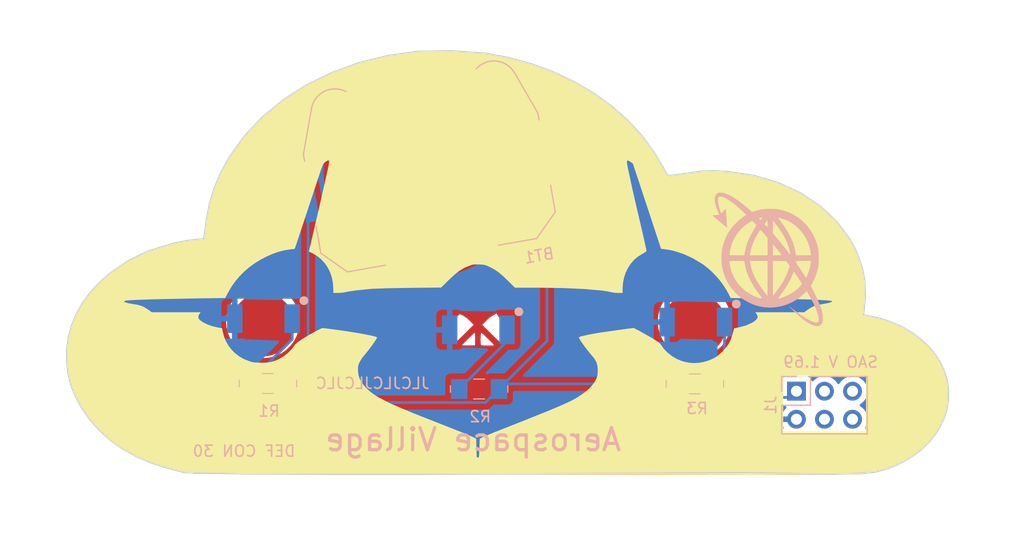
<source format=kicad_pcb>
(kicad_pcb (version 20211014) (generator pcbnew)
  (title_block (title "SR-71 Badge") (date "2020-02-09") (comment 4 "Author: Dan Allen"))
  (layers (0 "F.Cu" signal) (31 "B.Cu" signal) (34 "B.Paste" user) (35 "F.Paste" user) (36 "B.SilkS" user "B.Silkscreen") (37 "F.SilkS" user "F.Silkscreen") (38 "B.Mask" user) (39 "F.Mask" user) (44 "Edge.Cuts" user))
  (net 0 "")
  (net 1 "GND")
  (net 2 "Net-(D1-Pad2)")
  (net 3 "Net-(D2-Pad2)")
  (net 4 "VCC")
  (net 5 "Net-(D3-Pad2)")
  (net 6 "Net-(J1-Pad3)")
  (net 7 "Net-(J1-Pad4)")
  (net 8 "Net-(J1-Pad5)")
  (net 9 "Net-(J1-Pad6)")
  (footprint "sr-71:aerospace_logo" (layer "F.Cu") (at 180.34 100.33)
    (fp_text reference "svg2mod" hide)
    (fp_text value "G***" hide)
    (fp_poly (pts (xy -4.257817 -6.04317) (xy -0.704906 -3.74037) (xy -0.796476 -3.69997) (xy -0.721006 -3.60667) (xy -0.645776 -3.53597) (xy -0.539541 -3.66984) (xy -0.433547 -3.80372) (xy -0.433552 -3.80387) (xy -0.523442 -3.78127) (xy -0.704906 -3.74037) (xy -4.257817 -6.04317) (xy -0.29603 -3.18919) (xy -0.172971 -3.04955) (xy -0.026117 -2.90654) (xy -0.009307 -2.99784) (xy -0.002307 -3.22141) (xy -0.014317 -3.53891) (xy -0.014324 -3.53891) (xy -0.014339 -3.5389) (xy -0.161193 -3.36417) (xy -0.29603 -3.18919) (xy -4.257817 -6.04317) (xy 0.474311 -2.33039) (xy 0.595928 -2.19603) (xy 1.086504 -1.61491) (xy 1.679426 -0.87074) (xy 2.030244 -0.42861) (xy 2.052834 -0.41401) (xy 2.059834 -0.42791) (xy 2.047674 -0.52131) (xy 1.964014 -0.91586) (xy 1.830302 -1.33161) (xy 1.65121 -1.75604) (xy 1.431418 -2.1766) (xy 1.009235 -2.8292) (xy 0.587068 -3.3959) (xy 0.476806 -3.52304) (xy 0.476711 -3.52301) (xy 0.475511 -2.9267) (xy 0.474311 -2.33039) (xy -4.257817 -6.04317) (xy -4.035197 -6.01707) (xy 2.634445 0.15462) (xy 2.553035 0.17342) (xy 2.538845 0.20882) (xy 2.644325 0.40968) (xy 2.897928 0.80441) (xy 3.369015 1.52233) (xy 3.481017 1.70717) (xy 3.567307 1.51488) (xy 3.686703 1.22213) (xy 3.782353 0.92918) (xy 3.853883 0.6373) (xy 3.900923 0.34774) (xy 3.925193 0.14609) (xy 3.925189 0.14562) (xy 3.23202 0.14562) (xy 2.634445 0.15462) (xy -4.035197 -6.01707) (xy -3.778862 -5.94107) (xy -1.39432 -3.48384) (xy -1.603183 -3.36727) (xy -1.87921 -3.19344) (xy -2.141459 -2.98959) (xy -2.387211 -2.75904) (xy -2.613748 -2.50512) (xy -2.818351 -2.23117) (xy -2.998302 -1.94051) (xy -3.150883 -1.63646) (xy -3.273376 -1.32237) (xy -3.400669 -0.83206) (xy -3.464449 -0.42178) (xy -3.448609 -0.38878) (xy -3.365459 -0.37098) (xy -2.783534 -0.36198) (xy -2.102623 -0.36198) (xy -2.081713 -0.51292) (xy -2.000253 -0.95777) (xy -1.888954 -1.37097) (xy -1.771508 -1.67103) (xy -1.598951 -2.0399) (xy -1.401769 -2.41614) (xy -1.210446 -2.73832) (xy -1.018647 -3.07265) (xy -1.073877 -3.15485) (xy -1.206602 -3.29766) (xy -1.394315 -3.48345) (xy -1.39432 -3.48384) (xy -3.778862 -5.94107) (xy -3.491203 -5.81631) (xy -0.53253 -2.56031) (xy -0.6045 -2.62581) (xy -0.65692 -2.64541) (xy -0.656921 -2.64535) (xy -0.691331 -2.63125) (xy -0.725941 -2.59335) (xy -0.816991 -2.4533) (xy -1.08032 -1.99961) (xy -1.302092 -1.5232) (xy -1.470049 -1.0538) (xy -1.571931 -0.62112) (xy -1.613271 -0.36202) (xy -0.807858 -0.36202) (xy -0.002205 -0.36202) (xy -0.002205 -1.15565) (xy -0.002205 -1.94929) (xy -0.285098 -2.27689) (xy -0.53253 -2.56031) (xy -3.491203 -5.81631) (xy -3.174604 -5.64404) (xy -2.831458 -5.42546) (xy 0.474407 -1.3855) (xy 0.474407 -0.87379) (xy 0.474407 -0.36209) (xy 0.871465 -0.36209) (xy 1.268523 -0.37889) (xy 0.871465 -0.89059) (xy 0.474407 -1.38547) (xy 0.474407 -1.3855) (xy -2.831458 -5.42546) (xy -2.46415 -5.16175) (xy 1.694152 0.16214) (xy 1.084144 0.15314) (xy 0.474382 0.14414) (xy 0.474407 0.14484) (xy 0.474407 1.73379) (xy 0.482307 3.32178) (xy 0.816442 2.88256) (xy 1.254311 2.25847) (xy 1.449451 1.93408) (xy 1.624481 1.5998) (xy 1.773418 1.26791) (xy 1.890278 0.95073) (xy 2.006607 0.59069) (xy 1.85038 0.37629) (xy 1.694152 0.16214) (xy -2.46415 -5.16175) (xy -2.075069 -4.85414) (xy -1.666603 -4.5038) (xy -1.408948 -4.27475) (xy 0.94486 -3.78542) (xy 0.93646 -3.76852) (xy 0.96633 -3.71542) (xy 1.169147 -3.4441) (xy 1.525146 -2.9454) (xy 1.840818 -2.44014) (xy 2.102344 -1.95207) (xy 2.295908 -1.50495) (xy 2.459945 -0.9358) (xy 2.516885 -0.65728) (xy 2.538895 -0.46111) (xy 2.538895 -0.36281) (xy 3.232065 -0.36281) (xy 3.925235 -0.36281) (xy 3.899275 -0.57961) (xy 3.813225 -1.03959) (xy 3.669169 -1.48395) (xy 3.471352 -1.90674) (xy 3.224015 -2.302) (xy 2.931401 -2.66378) (xy 2.597754 -2.98615) (xy 2.227318 -3.26314) (xy 1.824333 -3.4888) (xy 1.411174 -3.65279) (xy 1.003538 -3.77602) (xy 0.944898 -3.78502) (xy 0.94486 -3.78542) (xy -1.408948 -4.27475) (xy 2.368201 1.09307) (xy 2.279031 1.32621) (xy 2.082857 1.76982) (xy 1.822737 2.25126) (xy 1.51334 2.74541) (xy 1.169336 3.22714) (xy 0.939321 3.53695) (xy 0.932421 3.56615) (xy 0.970441 3.57115) (xy 1.236657 3.50025) (xy 1.738759 3.30985) (xy 2.206659 3.05808) (xy 2.622309 2.75628) (xy 2.804899 2.59016) (xy 2.967659 2.41579) (xy 3.122925 2.23409) (xy 3.050575 2.10838) (xy 2.673225 1.53803) (xy 2.368221 1.09338) (xy 2.368201 1.09307) (xy -1.408948 -4.27475) (xy -1.137833 -4.36585) (xy -0.808604 -4.46425) (xy -0.498273 -4.52665) (xy -0.164262 -4.55925) (xy 0.236008 -4.56825) (xy -0.002368 0.14609) (xy -0.808021 0.14609) (xy -1.613433 0.14609) (xy -1.574013 0.39221) (xy -1.513123 0.6912) (xy -1.425243 0.99357) (xy -1.309173 1.3017) (xy -1.16372 1.61801) (xy -0.987686 1.94488) (xy -0.779871 2.28469) (xy -0.264113 3.01275) (xy -0.014871 3.32256) (xy -0.002371 1.73432) (xy -0.002371 0.14609) (xy -0.002368 0.14609) (xy 0.236008 -4.56825) (xy 0.735454 -4.55385) (xy 1.107998 -4.49605) (xy 1.423164 -4.41665) (xy 1.727622 -4.31715) (xy 2.020773 -4.1981) (xy 2.302017 -4.0601) (xy 2.570756 -3.90374) (xy 2.826392 -3.7296) (xy 3.068327 -3.53827) (xy 3.29596 -3.33033) (xy 3.508694 -3.10637) (xy 3.705929 -2.86699) (xy 3.887067 -2.61276) (xy 4.051508 -2.34428) (xy 4.198657 -2.06213) (xy 4.327911 -1.7669) (xy 4.438673 -1.45918) (xy 4.530343 -1.13955) (xy 4.578713 -0.93071) (xy 4.605113 -0.74129) (xy 4.618793 -0.1082) (xy -3.224846 0.14507) (xy -3.392203 0.16367) (xy -3.435333 0.18667) (xy -3.457103 0.22237) (xy -3.453503 0.34272) (xy -3.415423 0.54631) (xy -3.357783 0.81882) (xy -3.281343 1.08345) (xy -3.186273 1.33989) (xy -3.072727 1.58785) (xy -2.940861 1.827) (xy -2.790839 2.05705) (xy -2.622816 2.27768) (xy -2.436954 2.48858) (xy -2.099541 2.80137) (xy -1.720916 3.07436) (xy -1.317913 3.29686) (xy -0.907367 3.45816) (xy -0.546602 3.55982) (xy -0.439886 3.58262) (xy -0.693695 3.25382) (xy -0.984341 2.85952) (xy -1.240556 2.47444) (xy -1.46285 2.09747) (xy -1.651734 1.72753) (xy -1.807719 1.36354) (xy -1.931318 1.00439) (xy -2.023038 0.64902) (xy -2.083398 0.29631) (xy -2.102628 0.14561) (xy -2.783702 0.14561) (xy -3.224985 0.14515) (xy -3.224985 0.14516) (xy -3.224846 0.14507) (xy 4.618793 -0.1082) (xy 4.606403 0.52569) (xy 4.580003 0.71397) (xy 4.531053 0.92314) (xy 4.435943 1.24986) (xy 4.318042 1.57685) (xy 4.184432 1.88619) (xy 4.042184 2.15998) (xy 3.897494 2.41114) (xy 4.030407 2.65245) (xy 4.391464 3.3677) (xy 4.709155 4.08831) (xy 4.849363 4.46639) (xy 4.938613 4.77305) (xy 4.985843 5.04618) (xy 4.999973 5.32371) (xy 4.988393 5.57761) (xy 4.947193 5.75858) (xy 4.868333 5.88729) (xy 4.743757 5.98439) (xy 4.602623 6.04169) (xy 4.40222 6.04369) (xy 4.219573 6.01299) (xy 4.016007 5.94269) (xy 3.792534 5.83341) (xy 3.550162 5.68583) (xy 3.289899 5.50061) (xy 3.012759 5.27842) (xy 2.411881 4.72581) (xy 1.919404 4.23838) (xy 2.221283 4.4732) (xy 2.90939 4.98214) (xy 3.499695 5.36297) (xy 3.985454 5.61174) (xy 4.187019 5.68534) (xy 4.359918 5.72444) (xy 4.487904 5.72744) (xy 4.572144 5.67264) (xy 4.610474 5.62714) (xy 4.629824 5.57424) (xy 4.626524 5.35902) (xy 4.560274 4.99763) (xy 4.406994 4.55178) (xy 4.165612 4.0187) (xy 3.835056 3.3956) (xy 3.546395 2.88101) (xy 3.257014 3.15213) (xy 3.034159 3.34814) (xy 2.802037 3.52753) (xy 2.561382 3.6901) (xy 2.312922 3.8357) (xy 1.795513 4.07522) (xy 1.255656 4.24467) (xy 0.699195 4.34267) (xy 0.416565 4.36437) (xy 0.131974 4.36737) (xy -0.153843 4.35207) (xy -0.440159 4.31797) (xy -0.726244 4.26497) (xy -1.011363 4.19287) (xy -1.326893 4.08057) (xy -1.682687 3.91977) (xy -2.032277 3.73333) (xy -2.329202 3.54417) (xy -2.614171 3.31143) (xy -2.92273 3.01445) (xy -3.209005 2.70033) (xy -3.427121 2.4162) (xy -3.656447 2.02878) (xy -3.852199 1.60917) (xy -4.009005 1.17047) (xy -4.121492 0.72582) (xy -4.164982 0.35618) (xy -4.179482 -0.10868) (xy -4.164982 -0.57353) (xy -4.121492 -0.94317) (xy -4.010357 -1.38744) (xy -3.857661 -1.81578) (xy -3.663528 -2.22789) (xy -3.428083 -2.62346) (xy -3.184552 -2.94046) (xy -2.868148 -3.28183) (xy -2.527909 -3.59842) (xy -2.212873 -3.84107) (xy -1.92998 -4.02831) (xy -2.214555 -4.3011) (xy -2.586033 -4.64169) (xy -2.947296 -4.94381) (xy -3.28971 -5.20219) (xy -3.604642 -5.4115) (xy -3.883459 -5.56648) (xy -4.117527 -5.66178) (xy -4.298212 -5.69218) (xy -4.365842 -5.68138) (xy -4.416882 -5.65238) (xy -4.461782 -5.59078) (xy -4.490722 -5.50258) (xy -4.501082 -5.25173) (xy -4.448672 -4.91012) (xy -4.334189 -4.48808) (xy -4.249829 -4.24418) (xy -4.200559 -4.1427) (xy -3.987129 -4.37007) (xy -3.837449 -4.53486) (xy -3.803409 -4.55416) (xy -3.790049 -4.53686) (xy -3.66651 -2.85105) (xy -4.335645 -3.40698) (xy -4.999973 -3.9682) (xy -4.843744 -3.9891) (xy -4.536817 -4.0129) (xy -4.430227 -4.0219) (xy -4.385877 -4.0389) (xy -4.529606 -4.40255) (xy -4.643113 -4.69403) (xy -4.725703 -4.95751) (xy -4.777383 -5.19308) (xy -4.798153 -5.40088) (xy -4.788013 -5.58102) (xy -4.746963 -5.73362) (xy -4.675003 -5.85879) (xy -4.57214 -5.95669) (xy -4.431275 -6.02239) (xy -4.257763 -6.04369) (xy -4.257817 -6.04317)) (layer "B.SilkS") (width 0.008405) (fill solid))
  )
  (footprint "sr-71:sr71_symetricView_smaller" (layer "F.Cu") (at 155.806333 101.8688)
    (fp_text reference "svg2mod" hide)
    (fp_text value "G***" hide)
    (fp_poly (pts (xy -4.140729 -20.419896) (xy -7.217545 -20.366151) (xy -9.931591 -19.97806) (xy -12.526264 -19.331072) (xy -14.977793 -18.439654) (xy -17.260859 -17.317241) (xy -19.352205 -15.977272) (xy -21.226508 -14.433698) (xy -22.86 -12.699952) (xy -24.228909 -10.789476) (xy -24.980284 -9.420051) (xy -25.582832 -8.001532) (xy -26.026216 -6.563376) (xy -26.298549 -5.134007) (xy -26.470115 -3.852431) (xy -26.535745 -3.379592) (xy -26.929519 -3.357367) (xy -28.046246 -3.235928) (xy -29.254958 -3.001317) (xy -31.615539 -2.271647) (xy -33.42318 -1.393664) (xy -35.096979 -0.22991) (xy -36.026122 0.593812) (xy -36.833823 1.474896) (xy -37.515953 2.408687) (xy -38.070441 3.388473) (xy -38.493671 4.408048) (xy -38.783575 5.462764) (xy -38.93757 6.546421) (xy -38.951514 7.653329) (xy -38.835243 8.771091) (xy -38.591328 9.799968) (xy -38.200139 10.80404) (xy -37.641517 11.847388) (xy -36.889624 12.947062) (xy -36.010607 13.947002) (xy -35.009119 14.845138) (xy -33.887741 15.638372) (xy -32.651123 16.325151) (xy -31.302886 16.902893) (xy -29.846643 17.369014) (xy -28.286014 17.721447) (xy -27.323283 17.897149) (xy -21.324687 17.908732) (xy -21.324687 7.412498) (xy -21.673503 7.38201) (xy -22.056942 7.302428) (xy -22.43418 7.169618) (xy -22.797466 6.989267) (xy -23.140599 6.767576) (xy -23.455823 6.50816) (xy -23.736943 6.216705) (xy -23.976722 5.89838) (xy -24.167925 5.557832) (xy -24.35706 5.083442) (xy -24.47385 4.616804) (xy -24.518808 4.156884) (xy -24.490902 3.705749) (xy -24.368945 3.135241) (xy -24.169476 2.633461) (xy -23.878021 2.171475) (xy -23.479596 1.720858) (xy -23.255319 1.514149) (xy -23.023293 1.333799) (xy -22.78248 1.180838) (xy -22.531332 1.053713) (xy -22.267783 0.950878) (xy -21.990796 0.872847) (xy -21.390316 0.786545) (xy -21.196536 0.778811) (xy -20.839451 0.793787) (xy -20.492702 0.844947) (xy -20.156289 0.93228) (xy -19.833312 1.054753) (xy -19.524287 1.212881) (xy -19.230248 1.40512) (xy -18.952745 1.630428) (xy -18.693329 1.889844) (xy -18.473187 2.163212) (xy -18.283018 2.463453) (xy -18.12489 2.784364) (xy -17.999832 3.12026) (xy -17.909916 3.464941) (xy -17.856687 3.812206) (xy -17.843246 4.157406) (xy -17.870636 4.493818) (xy -17.938332 4.840568) (xy -18.036 5.170781) (xy -18.163125 5.483939) (xy -18.317636 5.777978) (xy -18.496952 6.05238) (xy -18.70056 6.305079) (xy -18.926384 6.535039) (xy -19.172365 6.741744) (xy -19.436948 6.923127) (xy -19.718584 7.078157) (xy -20.015724 7.205281) (xy -20.326816 7.303465) (xy -20.649277 7.37168) (xy -20.982591 7.40837) (xy -21.324687 7.412498) (xy -21.324687 17.908732) (xy -6.715755 17.93694) (xy -6.715755 17.937469) (xy -3.881313 17.943219) (xy -3.881313 6.113351) (xy -3.96348 6.062191) (xy -4.071999 5.94075) (xy -4.199642 5.734563) (xy -4.294725 5.50977) (xy -4.353118 5.275159) (xy -4.372751 5.040032) (xy -4.362405 4.873117) (xy -4.310211 4.719121) (xy -3.943827 4.181168) (xy -3.446182 3.500072) (xy -3.374885 3.437035) (xy -3.271531 3.458731) (xy -3.061724 3.558468) (xy -2.744949 3.764655) (xy -2.425071 4.054043) (xy -2.103128 4.393041) (xy -2.959923 5.252937) (xy -3.584173 5.860653) (xy -3.881313 6.113351) (xy -3.881313 17.943219) (xy -2.561495 17.945896) (xy -2.561495 6.260107) (xy -3.156808 6.250794) (xy -2.593018 5.661683) (xy -1.993572 5.107217) (xy -1.964119 5.274651) (xy -1.957398 5.676175) (xy -1.966183 6.245132) (xy -2.561495 6.260107) (xy -2.561495 17.945896) (xy -0.821553 17.949426) (xy -0.821553 6.270453) (xy -1.225661 6.259076) (xy -1.427716 6.235819) (xy -1.458206 6.03428) (xy -1.462334 5.648774) (xy -1.444766 5.274638) (xy -1.408597 5.107217) (xy -1.204474 5.277749) (xy -0.807083 5.65654) (xy -0.420026 6.045144) (xy -0.245359 6.245132) (xy -0.424678 6.266325) (xy -0.821553 6.270453) (xy -0.821553 17.949426) (xy 0.478104 17.952062) (xy 0.478104 6.113359) (xy 0.180964 5.860661) (xy -0.44432 5.252945) (xy -1.303182 4.393049) (xy -0.959533 4.039065) (xy -0.686681 3.779649) (xy -0.514083 3.653044) (xy -0.223661 3.49233) (xy -0.033486 3.363656) (xy 0.08537 3.542972) (xy 0.588182 4.253007) (xy 0.910643 4.739282) (xy 0.960768 4.884494) (xy 0.971616 5.03642) (xy 0.920456 5.37542) (xy 0.794363 5.726819) (xy 0.63365 6.001737) (xy 0.552518 6.083903) (xy 0.478104 6.113359) (xy 0.478104 17.952062) (xy 17.876535 17.987357) (xy 17.876535 7.386156) (xy 17.358222 7.358769) (xy 16.940159 7.276086) (xy 16.940159 7.275557) (xy 16.43218 7.0642) (xy 15.973292 6.784631) (xy 15.569183 6.444083) (xy 15.226053 6.050825) (xy 14.949066 5.612609) (xy 14.744427 5.136152) (xy 14.618337 4.63024) (xy 14.575445 4.102624) (xy 14.618337 3.556404) (xy 14.74081 3.041189) (xy 14.940798 2.562667) (xy 15.213134 2.125482) (xy 15.554713 1.735325) (xy 15.961926 1.396846) (xy 16.430114 1.114692) (xy 16.95618 0.895067) (xy 17.372692 0.813419) (xy 17.899787 0.789659) (xy 18.438254 0.822732) (xy 18.889389 0.912651) (xy 19.230969 1.042357) (xy 19.558081 1.212889) (xy 19.867625 1.419595) (xy 20.154944 1.658342) (xy 20.415911 1.926026) (xy 20.646905 2.219031) (xy 20.842758 2.532705) (xy 21.00037 2.863434) (xy 21.124912 3.23809) (xy 21.201393 3.624111) (xy 21.230333 4.016338) (xy 21.211733 4.410628) (xy 21.146621 4.802335) (xy 21.036033 5.185775) (xy 20.878937 5.556811) (xy 20.677399 5.910278) (xy 20.508417 6.144889) (xy 20.319282 6.36348) (xy 19.887265 6.747436) (xy 19.391172 7.052844) (xy 18.842886 7.272469) (xy 18.401569 7.357218) (xy 17.876535 7.386156) (xy 17.876535 17.987357) (xy 23.089144 17.997931) (xy 33.07303 17.933852) (xy 34.007845 17.785193) (xy 34.007845 14.61258) (xy 25.508105 14.61258) (xy 25.508105 8.612431) (xy 34.007845 8.612431) (xy 34.007845 14.61258) (xy 34.007845 17.785193) (xy 34.155136 17.76177) (xy 35.176261 17.494601) (xy 36.131758 17.139068) (xy 37.015943 16.70292) (xy 37.823645 16.193389) (xy 38.549698 15.617713) (xy 39.189453 14.983645) (xy 39.737738 14.297382) (xy 40.188358 13.566677) (xy 40.537174 12.799798) (xy 40.779019 12.002431) (xy 40.90821 11.183876) (xy 40.92009 10.349301) (xy 40.808986 9.506976) (xy 40.570242 8.664651) (xy 40.198687 7.829042) (xy 39.725848 7.076633) (xy 39.137253 6.371251) (xy 38.445823 5.722194) (xy 37.663958 5.137734) (xy 36.805613 4.626655) (xy 35.882672 4.197739) (xy 34.909606 3.859776) (xy 33.897781 3.621548) (xy 33.197564 3.494939) (xy 33.259061 3.170412) (xy 33.389283 1.767398) (xy 33.326239 0.363865) (xy 33.135553 -0.616437) (xy 32.847716 -1.563148) (xy 32.466861 -2.472653) (xy 31.997639 -3.341852) (xy 30.807014 -4.947955) (xy 29.308914 -6.355623) (xy 27.535377 -7.539011) (xy 25.517413 -8.472805) (xy 23.288093 -9.132197) (xy 20.878937 -9.491864) (xy 19.703814 -9.554909) (xy 18.59794 -9.524937) (xy 15.711294 -9.124961) (xy 15.466864 -9.166302) (xy 15.230702 -9.580232) (xy 14.327917 -11.125872) (xy 13.163645 -12.725776) (xy 11.855714 -14.143776) (xy 10.38552 -15.437755) (xy 8.765981 -16.601506) (xy 7.011566 -17.627285) (xy 5.135194 -18.508369) (xy 3.149272 -19.237523) (xy 1.06826 -19.808031) (xy -1.094915 -20.213175) (xy -4.140729 -20.419896)) (layer "F.Cu") (width 0) (fill solid))
    (fp_poly (pts (xy 17.911153 1.516224) (xy 17.356666 1.557565) (xy 16.914317 1.658334) (xy 16.430108 1.896044) (xy 15.990342 2.216438) (xy 15.615171 2.600393) (xy 15.45859 2.8102) (xy 15.326817 3.02931) (xy 15.169721 3.384843) (xy 15.0643 3.757946) (xy 15.010039 4.143451) (xy 15.006944 4.533093) (xy 15.055003 4.921184) (xy 15.15319 5.301003) (xy 15.302018 5.66584) (xy 15.499937 6.008973) (xy 15.666336 6.2441) (xy 15.815164 6.416183) (xy 15.989313 6.567077) (xy 16.230642 6.74071) (xy 16.480239 6.897806) (xy 16.733969 7.026481) (xy 16.992353 7.12725) (xy 17.256418 7.20063) (xy 17.526171 7.246106) (xy 17.803156 7.264204) (xy 18.087376 7.254891) (xy 18.379865 7.218717) (xy 18.772089 7.115881) (xy 19.178783 6.943283) (xy 19.558087 6.722623) (xy 19.869697 6.473544) (xy 20.135831 6.188289) (xy 20.345119 5.898901) (xy 20.509968 5.584192) (xy 20.642775 5.225042) (xy 20.714607 4.97441) (xy 20.752329 4.768739) (xy 20.75127 4.244739) (xy 20.714062 3.844763) (xy 20.639132 3.50525) (xy 20.515624 3.185371) (xy 20.330625 2.844308) (xy 20.177661 2.623648) (xy 19.991625 2.411775) (xy 19.777686 2.213337) (xy 19.542558 2.031436) (xy 19.291926 1.871239) (xy 19.030963 1.735849) (xy 18.766379 1.62991) (xy 18.503862 1.558081) (xy 18.231527 1.523457) (xy 17.911153 1.516224)) (layer "F.Cu") (width 0) (fill solid))
    (fp_poly (pts (xy -21.005332 1.511064) (xy -21.456468 1.527072) (xy -21.903986 1.603036) (xy -22.322049 1.735328) (xy -22.687402 1.920846) (xy -22.959735 2.116185) (xy -23.20313 2.335808) (xy -23.416556 2.576105) (xy -23.598973 2.835002) (xy -23.751418 3.108888) (xy -23.872341 3.395175) (xy -23.96226 3.690765) (xy -24.020134 3.993589) (xy -24.045455 4.300029) (xy -24.038735 4.608539) (xy -23.998944 4.914463) (xy -23.925046 5.216252) (xy -23.818075 5.510807) (xy -23.676999 5.795028) (xy -23.500781 6.066329) (xy -23.289943 6.322128) (xy -23.085303 6.525217) (xy -22.872396 6.701432) (xy -22.647087 6.851811) (xy -22.406793 6.977904) (xy -22.147893 7.080739) (xy -21.866257 7.162903) (xy -21.22237 7.270908) (xy -20.74591 7.221299) (xy -20.74591 7.22077) (xy -20.340251 7.133955) (xy -19.954745 6.988743) (xy -19.595595 6.790822) (xy -19.267967 6.544326) (xy -18.976509 6.253387) (xy -18.727947 5.923176) (xy -18.526927 5.55834) (xy -18.378615 5.16405) (xy -18.322287 4.84469) (xy -18.297496 4.434377) (xy -18.306809 4.017867) (xy -18.351767 3.678351) (xy -18.463387 3.330569) (xy -18.632369 2.993122) (xy -18.850443 2.673244) (xy -19.112444 2.378173) (xy -19.409066 2.11514) (xy -19.734112 1.891382) (xy -20.080343 1.713613) (xy -20.440012 1.58959) (xy -20.714412 1.535848) (xy -21.005332 1.511064)) (layer "F.Cu") (width 0) (fill solid))
    (fp_poly (pts (xy -4.14073 -20.4199) (xy -7.21754 -20.3662) (xy -9.93159 -19.97811) (xy -12.526264 -19.33112) (xy -14.977792 -18.43971) (xy -17.260858 -17.31729) (xy -19.352204 -15.97732) (xy -21.226507 -14.43375) (xy -22.86 -12.7) (xy -24.228909 -10.78953) (xy -24.980283 -9.4201) (xy -25.582832 -8.00158) (xy -26.026216 -6.56343) (xy -26.298549 -5.13406) (xy -26.470115 -3.85248) (xy -26.535745 -3.37964) (xy -26.929519 -3.35744) (xy -28.046246 -3.236) (xy -29.254958 -3.00139) (xy -31.615538 -2.27172) (xy -33.42318 -1.39374) (xy -35.096979 -0.22998) (xy -36.026121 0.59374) (xy -36.833823 1.47482) (xy -37.515953 2.40861) (xy -38.07044 3.3884) (xy -38.49367 4.40798) (xy -38.783574 5.46269) (xy -38.93757 6.54635) (xy -38.95151 7.65326) (xy -38.835239 8.77102) (xy -38.591325 9.7999) (xy -38.200136 10.80397) (xy -37.641513 11.84732) (xy -36.88962 12.94699) (xy -36.010603 13.94693) (xy -35.009116 14.84507) (xy -33.887737 15.6383) (xy -32.65112 16.32508) (xy -31.302883 16.90282) (xy -29.84664 17.36894) (xy -28.286011 17.72138) (xy -27.323279 17.89708) (xy -6.71575 17.93688) (xy -6.71575 17.93741) (xy -1.68724 17.947617) (xy -1.68724 16.42374) (xy -1.76014 16.41574) (xy -1.80564 16.37134) (xy -1.84544 15.50886) (xy -1.85934 14.71614) (xy -2.07121 14.59729) (xy -3.03653 14.18129) (xy -4.90256 13.4418) (xy -7.52256 12.41137) (xy -8.60725 11.96024) (xy -9.76531 11.45226) (xy -10.672748 10.97839) (xy -11.044819 10.74739) (xy -11.36883 10.5164) (xy -11.649434 10.2823) (xy -11.891279 10.04304) (xy -12.186869 9.68131) (xy -12.39254 9.32784) (xy -12.517079 8.96352) (xy -12.568759 8.57027) (xy -12.558409 8.15737) (xy -12.513969 7.99666) (xy -12.431809 7.80029) (xy -12.223553 7.4463) (xy -11.930029 7.0732) (xy -11.612736 6.68614) (xy -11.251002 6.20038) (xy -10.953862 5.76785) (xy -10.830873 5.54151) (xy -10.931642 5.48361) (xy -11.214829 5.40401) (xy -12.2158 5.2004) (xy -13.605379 4.972) (xy -15.155673 4.76012) (xy -15.802145 4.68102) (xy -16.237261 4.89547) (xy -16.881666 5.24067) (xy -17.51677 5.62204) (xy -18.020097 5.96259) (xy -18.266594 6.18325) (xy -18.52911 6.55325) (xy -18.87431 6.90982) (xy -19.272735 7.22712) (xy -19.695965 7.47826) (xy -20.086638 7.65086) (xy -20.444755 7.75835) (xy -20.83233 7.81365) (xy -21.310336 7.83015) (xy -21.939238 7.80685) (xy -22.169198 7.76085) (xy -22.437916 7.67975) (xy -22.886467 7.4994) (xy -23.299879 7.26582) (xy -23.674015 6.98418) (xy -24.004744 6.6581) (xy -24.288449 6.29275) (xy -24.520476 5.89174) (xy -24.697725 5.46024) (xy -24.816065 5.00239) (xy -24.871875 4.70112) (xy -25.266165 4.63502) (xy -25.746756 4.52288) (xy -26.209777 4.35803) (xy -26.611301 4.15908) (xy -26.907407 3.94462) (xy -26.992677 3.82474) (xy -27.022647 3.68469) (xy -26.997327 3.5369) (xy -26.916717 3.39375) (xy -26.807163 3.25423) (xy -29.025631 3.25423) (xy -31.243585 3.25423) (xy -31.529872 3.04959) (xy -31.852333 2.83668) (xy -32.139652 2.69354) (xy -32.446095 2.60004) (xy -32.826434 2.53284) (xy -33.384022 2.43514) (xy -33.690981 2.33794) (xy -33.744211 2.29294) (xy -33.727141 2.25214) (xy -33.637221 2.21644) (xy -33.472372 2.18754) (xy -32.676556 2.13894) (xy -31.192926 2.08674) (xy -27.22521 2.00304) (xy -24.591778 1.96794) (xy -24.335979 1.48218) (xy -24.03574 0.96645) (xy -23.693642 0.47863) (xy -23.310719 0.01974) (xy -22.888523 -0.40866) (xy -22.428087 -0.80553) (xy -21.930443 -1.16985) (xy -21.396109 -1.50058) (xy -20.827668 -1.79669) (xy -20.294365 -2.02975) (xy -19.781735 -2.2101) (xy -19.281509 -2.34136) (xy -18.785415 -2.42506) (xy -18.298105 -2.48446) (xy -18.191137 -2.77746) (xy -15.894636 -9.70779) (xy -15.723069 -10.14601) (xy -15.637289 -10.26021) (xy -15.52205 -10.35631) (xy -15.348936 -10.46948) (xy -15.238759 -10.50371) (xy -15.239288 -10.50271) (xy -15.190718 -10.46451) (xy -15.178308 -10.35857) (xy -15.246008 -9.92397) (xy -16.040789 -6.40429) (xy -16.146726 -5.95419) (xy -16.940476 -2.55233) (xy -17.014886 -2.24641) (xy -16.688292 -2.08311) (xy -16.266613 -1.83248) (xy -15.892992 -1.52965) (xy -15.570012 -1.17877) (xy -15.300262 -0.78396) (xy -15.085806 -0.34885) (xy -14.929742 0.12141) (xy -14.834142 0.62267) (xy -14.801072 1.15132) (xy -14.800543 1.5084) (xy -14.390232 1.5084) (xy -14.045551 1.4924) (xy -13.794404 1.4542) (xy -13.401661 1.3746) (xy -12.778962 1.2842) (xy -11.333572 1.13538) (xy -9.934691 1.08418) (xy -7.76118 1.04698) (xy -5.03525 1.02008) (xy -4.42651 0.4196) (xy -3.85186 -0.12301) (xy -3.38263 -0.49817) (xy -2.93563 -0.76379) (xy -2.4292 -0.9767) (xy -2.23955 -1.0382) (xy -2.06591 -1.0718) (xy -1.58222 -1.0748) (xy -1.28922 -1.0562) (xy -1.0758 -1.0211) (xy -0.87426 -0.9524) (xy -0.61536 -0.83303) (xy -0.20918 -0.61599) (xy 0.15669 -0.36794) (xy 0.54788 -0.03773) (xy 1.03002 0.42374) (xy 1.64342 1.03198) (xy 3.72908 1.03198) (xy 5.94548 1.06348) (xy 7.89885 1.15028) (xy 9.44708 1.28464) (xy 10.0243 1.36624) (xy 10.4465 1.45614) (xy 10.6899 1.49234) (xy 11.01546 1.50784) (xy 11.3989 1.50837) (xy 11.3989 1.11614) (xy 11.4309 0.61643) (xy 11.5244 0.13429) (xy 11.67529 -0.32356) (xy 11.87993 -0.75041) (xy 12.13522 -1.13953) (xy 12.43701 -1.48473) (xy 12.78169 -1.77877) (xy 13.16513 -2.01597) (xy 13.45968 -2.19012) (xy 13.54028 -2.25832) (xy 13.56868 -2.30742) (xy 13.24622 -3.76315) (xy 12.84469 -5.47829) (xy 12.69638 -6.11339) (xy 12.54342 -6.77485) (xy 12.2716 -7.96599) (xy 11.8401 -9.96742) (xy 11.7895 -10.29763) (xy 11.8081 -10.46299) (xy 11.8468 -10.48939) (xy 11.9078 -10.48139) (xy 12.10004 -10.36977) (xy 12.32535 -10.21216) (xy 12.83488 -8.67944) (xy 14.11129 -4.81766) (xy 14.87816 -2.4886) (xy 15.37478 -2.4255) (xy 15.76235 -2.3614) (xy 16.16077 -2.2668) (xy 16.97674 -1.99136) (xy 17.79788 -1.60947) (xy 18.59679 -1.13147) (xy 18.94975 -0.87463) (xy 19.29752 -0.58163) (xy 19.63602 -0.25865) (xy 19.95898 0.08913) (xy 20.26284 0.45603) (xy 20.54189 0.83637) (xy 20.79149 1.22498) (xy 21.00698 1.61617) (xy 21.18423 1.9686) (xy 23.9267 2.0048) (xy 26.62059 2.0523) (xy 28.66284 2.1138) (xy 29.95217 2.1856) (xy 30.28238 2.2238) (xy 30.38677 2.2631) (xy 30.30517 2.3324) (xy 30.11138 2.4022) (xy 29.41479 2.53449) (xy 29.0329 2.60429) (xy 28.71457 2.70661) (xy 28.4071 2.86423) (xy 28.0588 3.09884) (xy 27.84382 3.25438) (xy 25.62484 3.25438) (xy 23.40585 3.25438) (xy 23.51592 3.39391) (xy 23.59292 3.5355) (xy 23.62542 3.68071) (xy 23.58972 3.8068) (xy 23.48947 3.93858) (xy 23.33185 4.07294) (xy 23.12411 4.20419) (xy 22.58977 4.44346) (xy 21.94744 4.62123) (xy 21.4901 4.71323) (xy 21.37227 5.18297) (xy 21.22758 5.65839) (xy 21.04103 6.05888) (xy 20.78988 6.42682) (xy 20.44933 6.80457) (xy 19.99923 7.2123) (xy 19.79356 7.34718) (xy 19.54964 7.47378) (xy 19.14553 7.64122) (xy 18.73523 7.7611) (xy 18.32079 7.8335) (xy 17.90583 7.8583) (xy 17.49345 7.8356) (xy 17.08572 7.7653) (xy 16.68678 7.64747) (xy 16.29869 7.48211) (xy 15.87029 7.22838) (xy 15.47238 6.91522) (xy 15.13339 6.56847) (xy 14.88379 6.215) (xy 14.79589 6.09925) (xy 14.64241 5.96747) (xy 14.02591 5.56956) (xy 12.83942 4.89984) (xy 12.40171 4.68125) (xy 11.75472 4.76085) (xy 9.35177 5.09933) (xy 8.40609 5.26779) (xy 7.67022 5.42954) (xy 7.48005 5.49724) (xy 7.44545 5.53394) (xy 7.44445 5.57734) (xy 7.58294 5.8228) (xy 7.87389 6.24344) (xy 8.2227 6.70801) (xy 8.53431 7.08525) (xy 8.83662 7.45422) (xy 9.02524 7.78237) (xy 9.12244 8.12085) (xy 9.14984 8.52083) (xy 9.12194 8.97868) (xy 9.07024 9.15179) (xy 8.97824 9.36057) (xy 8.83458 9.61223) (xy 8.64286 9.86751) (xy 8.40515 10.12383) (xy 8.12558 10.37808) (xy 7.80724 10.62767) (xy 7.45326 10.87003) (xy 7.0662 11.10258) (xy 6.65073 11.32169) (xy 5.84302 11.68756) (xy 4.61157 12.20794) (xy 1.71356 13.36497) (xy -0.24549 14.1365) (xy -1.33018 14.59746) (xy -1.54154 14.71683) (xy -1.56794 15.56122) (xy -1.60564 16.26816) (xy -1.63714 16.38804) (xy -1.68724 16.42374) (xy -1.68724 17.947617) (xy 23.08914 17.99791) (xy 33.07303 17.93381) (xy 33.43941 17.875547) (xy 33.43941 14.06585) (xy 25.93909 14.06585) (xy 25.93909 9.06564) (xy 33.43941 9.06564) (xy 33.43941 14.06585) (xy 33.43941 17.875547) (xy 34.15514 17.76173) (xy 35.17626 17.49456) (xy 36.13176 17.13903) (xy 37.01594 16.70288) (xy 37.82364 16.19335) (xy 38.5497 15.61767) (xy 39.18945 14.9836) (xy 39.73774 14.29734) (xy 40.18836 13.56663) (xy 40.53717 12.79976) (xy 40.77902 12.00239) (xy 40.90821 11.18383) (xy 40.92011 10.34926) (xy 40.80901 9.50693) (xy 40.57026 8.66461) (xy 40.19871 7.829) (xy 39.72587 7.07659) (xy 39.13727 6.37121) (xy 38.44584 5.72215) (xy 37.66398 5.13769) (xy 36.80563 4.62661) (xy 35.88269 4.1977) (xy 34.90963 3.85973) (xy 33.8978 3.62151) (xy 33.19758 3.4949) (xy 33.25908 3.17037) (xy 33.3893 1.76736) (xy 33.3263 0.36382) (xy 33.13561 -0.61648) (xy 32.84778 -1.56319) (xy 32.46692 -2.4727) (xy 31.9977 -3.34189) (xy 30.80707 -4.948) (xy 29.30897 -6.35566) (xy 27.53544 -7.53905) (xy 25.51747 -8.47285) (xy 23.28815 -9.13224) (xy 20.879 -9.49191) (xy 19.70387 -9.55491) (xy 18.598 -9.52491) (xy 15.71135 -9.12493) (xy 15.46692 -9.16623) (xy 15.23076 -9.58016) (xy 14.32798 -11.1258) (xy 13.16371 -12.72571) (xy 11.85577 -14.14371) (xy 10.38558 -15.43769) (xy 8.76604 -16.60144) (xy 7.01163 -17.62722) (xy 5.13525 -18.5083) (xy 3.14933 -19.23746) (xy 1.06832 -19.80796) (xy -1.09485 -20.21311) (xy -4.14015 -20.41981) (xy -4.14073 -20.4199)) (layer "F.SilkS") (width 0) (fill solid))
    (fp_poly (pts (xy -15.24 17.93704) (xy -22.86 17.89754) (xy -28.285952 17.78) (xy -29.846548 17.36901) (xy -31.3029 16.90278) (xy -32.651252 16.3251) (xy -33.887841 15.63832) (xy -35.008913 14.8448) (xy -36.010707 13.94691) (xy -36.889464 12.947) (xy -37.641425 11.84744) (xy -38.199969 10.80406) (xy -38.591177 9.79994) (xy -38.835074 8.77099) (xy -38.951688 7.65308) (xy -38.937378 6.54641) (xy -38.783838 5.46286) (xy -38.493888 4.40819) (xy -38.070354 3.38819) (xy -37.516057 2.40862) (xy -36.833822 1.47525) (xy -36.026471 0.59388) (xy -35.096828 -0.22975) (xy -33.422935 -1.39391) (xy -31.615404 -2.27178) (xy -29.25495 -3.00133) (xy -28.045989 -3.23573) (xy -26.929465 -3.35733) (xy -26.53601 -3.37963) (xy -26.47006 -3.85244) (xy -26.298774 -5.13427) (xy -26.025906 -6.56349) (xy -25.582914 -8.00161) (xy -24.980319 -9.41991) (xy -24.228638 -10.78964) (xy -22.860111 -12.69974) (xy -21.226454 -14.43348) (xy -19.351968 -15.97716) (xy -17.260951 -17.31711) (xy -14.977709 -18.43964) (xy -12.526543 -19.33111) (xy -9.931746 -19.97779) (xy -7.21763 -20.36604) (xy -4.14065 -20.42014) (xy -1.09554 -20.2131) (xy 1.06777 -19.80811) (xy 3.14893 -19.23742) (xy 5.13454 -18.50804) (xy 7.01133 -17.62697) (xy 8.76592 -16.60121) (xy 10.38501 -15.43776) (xy 11.85522 -14.14363) (xy 13.16325 -12.72582) (xy 14.32722 -11.12565) (xy 15.23036 -9.58006) (xy 15.46679 -9.16652) (xy 15.71095 -9.12502) (xy 18.59766 -9.52489) (xy 19.70343 -9.55459) (xy 20.87844 -9.49189) (xy 23.28758 -9.13236) (xy 25.517 -8.47282) (xy 27.53467 -7.53868) (xy 29.30858 -6.35526) (xy 30.80669 -4.94794) (xy 31.99697 -3.34208) (xy 32.46665 -2.47262) (xy 32.84737 -1.56304) (xy 33.13513 -0.6165) (xy 33.3259 0.36382) (xy 33.3886 1.76728) (xy 33.2586 3.17051) (xy 33.1971 3.49485) (xy 33.89745 3.62152) (xy 34.90891 3.85986) (xy 35.88246 4.19778) (xy 36.8051 4.62656) (xy 37.66377 5.13754) (xy 38.44546 5.72198) (xy 39.13712 6.37121) (xy 39.72573 7.07648) (xy 40.19824 7.82912) (xy 40.57001 8.66473) (xy 40.80881 9.5072) (xy 40.91975 10.34924) (xy 40.90775 11.18354) (xy 40.77855 12.00281) (xy 40.53691 12.79973) (xy 40.18805 13.567) (xy 39.73709 14.29733) (xy 39.18921 14.98341) (xy 38.54956 15.61793) (xy 37.82325 16.1936) (xy 37.01546 16.70312) (xy 36.13134 17.13918) (xy 35.17603 17.49447) (xy 34.15469 17.7617) (xy 30.48 17.93355) (xy 23.08862 17.78) (xy -6.71621 17.93715) (xy -6.71625 17.93723)) (layer "Edge.Cuts") (width 0.128481) (fill none))
  )
  (footprint "sunled:XZDGK45WT-9" (layer "B.Cu") (at 134.681062 105.706146)
    (fp_text reference "D1" hide)
    (fp_text value "LED" hide)
    (fp_circle (center 3.66268 -1.63068) (end 3.86268 -1.63068) (layer "B.SilkS") (width 0.4) (fill none))
    (pad "1" smd rect locked (at -2.6 0) (size 1.4 2.6) (layers "B.Cu" "B.Paste" "B.Mask") (net 1 "GND"))
    (pad "2" smd rect locked (at 2.6 0) (size 1.4 2.6) (layers "B.Cu" "B.Paste" "B.Mask") (net 2 "Net-(D1-Pad2)"))
  )
  (footprint "sunled:XZDGK45WT-9" (layer "B.Cu") (at 154.142405 106.710104)
    (fp_text reference "D2" hide)
    (fp_text value "LED" hide)
    (fp_circle (center 3.66268 -1.63068) (end 3.86268 -1.63068) (layer "B.SilkS") (width 0.4) (fill none))
    (pad "1" smd rect locked (at -2.6 0) (size 1.4 2.6) (layers "B.Cu" "B.Paste" "B.Mask") (net 1 "GND"))
    (pad "2" smd rect locked (at 2.6 0) (size 1.4 2.6) (layers "B.Cu" "B.Paste" "B.Mask") (net 3 "Net-(D2-Pad2)"))
  )
  (footprint "sunled:XZDGK45WT-9" (layer "B.Cu") (at 173.835431 106.015056)
    (fp_text reference "D3" hide)
    (fp_text value "LED" hide)
    (fp_circle (center 3.66268 -1.63068) (end 3.86268 -1.63068) (layer "B.SilkS") (width 0.4) (fill none))
    (pad "1" smd rect locked (at -2.6 0) (size 1.4 2.6) (layers "B.Cu" "B.Paste" "B.Mask") (net 1 "GND"))
    (pad "2" smd rect locked (at 2.6 0) (size 1.4 2.6) (layers "B.Cu" "B.Paste" "B.Mask") (net 5 "Net-(D3-Pad2)"))
  )
  (footprint "Connector_PinHeader_2.54mm:PinHeader_2x03_P2.54mm_Vertical" (layer "B.Cu") (at 182.946152 112.274285 -90)
    (fp_text reference "J1" (at 1.27 2.33 90) (layer "B.SilkS") (effects (justify mirror)))
    (fp_text value "Conn_02x03_Counter_Clockwise")
    (fp_line (start -1.33 -1.27) (end 1.27 -1.27) (layer "B.SilkS") (width 0.12))
    (fp_line (start 3.87 1.33) (end 3.87 -6.41) (layer "B.SilkS") (width 0.12))
    (fp_line (start 1.27 1.33) (end 3.87 1.33) (layer "B.SilkS") (width 0.12))
    (fp_line (start -1.33 0) (end -1.33 1.33) (layer "B.SilkS") (width 0.12))
    (fp_line (start 1.27 -1.27) (end 1.27 1.33) (layer "B.SilkS") (width 0.12))
    (fp_line (start -1.33 1.33) (end 0 1.33) (layer "B.SilkS") (width 0.12))
    (fp_line (start -1.33 -6.41) (end 3.87 -6.41) (layer "B.SilkS") (width 0.12))
    (fp_line (start -1.33 -1.27) (end -1.33 -6.41) (layer "B.SilkS") (width 0.12))
    (pad "1" thru_hole rect locked (at 0 0 270) (size 1.7 1.7) (drill 1) (layers *.Cu *.Mask) (net 4 "VCC"))
    (pad "2" thru_hole oval locked (at 2.54 0 270) (size 1.7 1.7) (drill 1) (layers *.Cu *.Mask) (net 1 "GND"))
    (pad "3" thru_hole oval locked (at 0 -2.54 270) (size 1.7 1.7) (drill 1) (layers *.Cu *.Mask) (net 6 "Net-(J1-Pad3)"))
    (pad "4" thru_hole oval locked (at 2.54 -2.54 270) (size 1.7 1.7) (drill 1) (layers *.Cu *.Mask) (net 7 "Net-(J1-Pad4)"))
    (pad "5" thru_hole oval locked (at 0 -5.08 270) (size 1.7 1.7) (drill 1) (layers *.Cu *.Mask) (net 8 "Net-(J1-Pad5)"))
    (pad "6" thru_hole oval locked (at 2.54 -5.08 270) (size 1.7 1.7) (drill 1) (layers *.Cu *.Mask) (net 9 "Net-(J1-Pad6)"))
  )
  (footprint "digikey-footprints:1206" (layer "B.Cu") (at 135.080077 111.57544)
    (fp_text reference "R1" (at 0.1 2.5) (layer "B.SilkS") (effects (justify mirror)))
    (fp_text value "330")
    (fp_line (start 2.6 0.3) (end 2.6 -0.3) (layer "B.SilkS") (width 0.1))
    (fp_line (start 0 -0.9) (end 0.5 -0.9) (layer "B.SilkS") (width 0.1))
    (fp_line (start 0 0.9) (end 0.5 0.9) (layer "B.SilkS") (width 0.1))
    (fp_line (start -2.6 0.3) (end -2.6 -0.3) (layer "B.SilkS") (width 0.1))
    (fp_line (start 0 -0.9) (end -0.5 -0.9) (layer "B.SilkS") (width 0.1))
    (fp_line (start 0 0.9) (end -0.5 0.9) (layer "B.SilkS") (width 0.1))
    (pad "1" smd rect locked (at -1.8 0) (size 1.5 1.8) (layers "B.Cu" "B.Paste" "B.Mask") (net 2 "Net-(D1-Pad2)"))
    (pad "2" smd rect locked (at 1.8 0) (size 1.5 1.8) (layers "B.Cu" "B.Paste" "B.Mask") (net 4 "VCC"))
  )
  (footprint "digikey-footprints:1206" (layer "B.Cu") (at 154.208744 112.077419)
    (fp_text reference "R2" (at 0.1 2.5) (layer "B.SilkS") (effects (justify mirror)))
    (fp_text value "330")
    (fp_line (start 0 0.9) (end 0.5 0.9) (layer "B.SilkS") (width 0.1))
    (fp_line (start 0 -0.9) (end -0.5 -0.9) (layer "B.SilkS") (width 0.1))
    (fp_line (start 0 -0.9) (end 0.5 -0.9) (layer "B.SilkS") (width 0.1))
    (fp_line (start 2.6 0.3) (end 2.6 -0.3) (layer "B.SilkS") (width 0.1))
    (fp_line (start -2.6 0.3) (end -2.6 -0.3) (layer "B.SilkS") (width 0.1))
    (fp_line (start 0 0.9) (end -0.5 0.9) (layer "B.SilkS") (width 0.1))
    (pad "1" smd rect locked (at -1.8 0) (size 1.5 1.8) (layers "B.Cu" "B.Paste" "B.Mask") (net 3 "Net-(D2-Pad2)"))
    (pad "2" smd rect locked (at 1.8 0) (size 1.5 1.8) (layers "B.Cu" "B.Paste" "B.Mask") (net 4 "VCC"))
  )
  (footprint "digikey-footprints:1206" (layer "B.Cu") (at 173.747314 111.614054 180)
    (fp_text reference "R3" (at -0.1998 -2.2225) (layer "B.SilkS") (effects (justify mirror)))
    (fp_text value "330")
    (fp_line (start 0 0.9) (end -0.5 0.9) (layer "B.SilkS") (width 0.1))
    (fp_line (start 0 -0.9) (end 0.5 -0.9) (layer "B.SilkS") (width 0.1))
    (fp_line (start -2.6 0.3) (end -2.6 -0.3) (layer "B.SilkS") (width 0.1))
    (fp_line (start 2.6 0.3) (end 2.6 -0.3) (layer "B.SilkS") (width 0.1))
    (fp_line (start 0 0.9) (end 0.5 0.9) (layer "B.SilkS") (width 0.1))
    (fp_line (start 0 -0.9) (end -0.5 -0.9) (layer "B.SilkS") (width 0.1))
    (pad "1" smd rect locked (at -1.8 0 180) (size 1.5 1.8) (layers "B.Cu" "B.Paste" "B.Mask") (net 5 "Net-(D3-Pad2)"))
    (pad "2" smd rect locked (at 1.8 0 180) (size 1.5 1.8) (layers "B.Cu" "B.Paste" "B.Mask") (net 4 "VCC"))
  )
  (footprint "Battery:BatteryHolder_Keystone_3034_1x20mm" (layer "B.Cu") (at 149.5425 92.5322 10)
    (fp_text reference "BT1" (at 8.646376 9.107389 10) (layer "B.SilkS") (effects (justify mirror)))
    (fp_text value "Battery_Cell")
    (fp_line (start -5.2 7.54) (end -8.7 7.54) (layer "B.SilkS") (width 0.12))
    (fp_line (start -10.78 -3.63) (end -9.34 -7.58) (layer "B.SilkS") (width 0.12))
    (fp_line (start -8.7 7.54) (end -10.78 5.46) (layer "B.SilkS") (width 0.12))
    (fp_line (start 10.78 -3.63) (end 9.34 -7.58) (layer "B.SilkS") (width 0.12))
    (fp_line (start 8.7 7.54) (end 5.2 7.54) (layer "B.SilkS") (width 0.12))
    (fp_line (start -10.78 5.46) (end -10.78 3) (layer "B.SilkS") (width 0.12))
    (fp_line (start 8.7 7.54) (end 10.78 5.46) (layer "B.SilkS") (width 0.12))
    (fp_line (start 10.78 -3) (end 10.78 -3.63) (layer "B.SilkS") (width 0.12))
    (fp_line (start -10.78 -3) (end -10.78 -3.63) (layer "B.SilkS") (width 0.12))
    (fp_line (start 10.78 5.46) (end 10.78 3) (layer "B.SilkS") (width 0.12))
    (fp_arc (start 6 -8.55) (mid 7.90634 -8.911669) (end 9.325243 -7.588169) (layer "B.SilkS") (width 0.12))
    (fp_arc (start -9.34 -7.58) (mid -7.921654 -8.918739) (end -6.003354 -8.56653) (layer "B.SilkS") (width 0.12))
    (pad "1" smd rect locked (at -10.985 0 10) (size 1.27 5.08) (layers "B.Cu" "B.Paste" "B.Mask") (net 4 "VCC"))
    (pad "1" smd rect locked (at 10.985 0 10) (size 1.27 5.08) (layers "B.Cu" "B.Paste" "B.Mask") (net 4 "VCC"))
    (pad "2" smd circle locked (at 0 0 10) (size 17.8 17.8) (layers "B.Cu" "B.Mask") (net 1 "GND"))
  )
  (gr_text "V04 @cybertestpilot" (at 180.34 117.5004) (layer "B.Cu") (effects (font (size 1.5 1.5) (thickness 0.1)) (justify mirror)))
  (gr_text "Aerospace Village" (at 153.67 116.6622) (layer "B.SilkS") (effects (font (size 2 2) (thickness 0.3)) (justify mirror)))
  (gr_text "SAO V 1.69" (at 186.042422 109.640795) (layer "B.SilkS") (effects (font (size 1 1)) (justify mirror)))
  (gr_text "DEF CON 30" (at 132.9182 117.7036) (layer "B.SilkS") (effects (font (size 1 1)) (justify mirror)))
  (gr_text "JLCJLCJLCJLC" (at 144.563256 111.557475) (layer "B.SilkS") (effects (font (size 1 1)) (justify mirror)))
  (segment (start 133.280077 111.57544) (end 137.281062 107.574455) (width 0.25) (layer "B.Cu") (net 2))
  (segment (start 137.281062 107.574455) (end 137.281062 105.706146) (width 0.25) (layer "B.Cu") (net 2))
  (segment (start 156.742405 107.743758) (end 156.742405 106.710104) (width 0.25) (layer "B.Cu") (net 3))
  (segment (start 152.408744 112.077419) (end 156.742405 107.743758) (width 0.25) (layer "B.Cu") (net 3))
  (segment (start 173.171825 112.838565) (end 182.381872 112.838565) (width 0.25) (layer "B.Cu") (net 4))
  (segment (start 182.381872 112.838565) (end 182.946152 112.274285) (width 0.25) (layer "B.Cu") (net 4))
  (segment (start 154.784233 113.30193) (end 138.606567 113.30193) (width 0.25) (layer "B.Cu") (net 4))
  (segment (start 156.008744 112.077419) (end 154.784233 113.30193) (width 0.25) (layer "B.Cu") (net 4))
  (segment (start 156.472109 111.614054) (end 156.008744 112.077419) (width 0.25) (layer "B.Cu") (net 4))
  (segment (start 171.947314 111.614054) (end 156.472109 111.614054) (width 0.25) (layer "B.Cu") (net 4))
  (segment (start 160.360613 90.624675) (end 160.360613 107.72555) (width 0.25) (layer "B.Cu") (net 4))
  (segment (start 171.947314 111.614054) (end 173.171825 112.838565) (width 0.25) (layer "B.Cu") (net 4))
  (segment (start 183.31795 112.48913) (end 182.82854 112.97854) (width 0.25) (layer "B.Cu") (net 4))
  (segment (start 160.360613 107.72555) (end 156.008744 112.077419) (width 0.25) (layer "B.Cu") (net 4))
  (segment (start 138.724387 109.73113) (end 136.880077 111.57544) (width 0.25) (layer "B.Cu") (net 4))
  (segment (start 138.606567 113.30193) (end 136.880077 111.57544) (width 0.25) (layer "B.Cu") (net 4))
  (segment (start 183.621905 112.185176) (end 182.82854 112.97854) (width 0.25) (layer "B.Cu") (net 4))
  (segment (start 183.545728 112.48913) (end 183.31795 112.48913) (width 0.25) (layer "B.Cu") (net 4))
  (segment (start 138.724387 94.439725) (end 138.724387 109.73113) (width 0.25) (layer "B.Cu") (net 4))
  (segment (start 175.547314 111.614054) (end 176.435431 110.725937) (width 0.25) (layer "B.Cu") (net 5))
  (segment (start 176.435431 110.725937) (end 176.435431 106.015056) (width 0.25) (layer "B.Cu") (net 5))
  (zone (net 0) (net_name "") (layer "B.Cu") (connect_pads (clearance 0)) (min_thickness 0.254)
    (keepout (tracks not_allowed) (vias not_allowed) (pads allowed) (copperpour not_allowed) (footprints allowed))
    (fill (thermal_gap 0.508) (thermal_bridge_width 0.508))
    (polygon (pts (xy 155.739988 108.415212) (xy 152.552288 108.313612) (xy 152.615788 105.024312) (xy 155.854288 105.049712)))
  )
  (zone (net 0) (net_name "") (layer "B.Cu") (connect_pads (clearance 0)) (min_thickness 0.254)
    (keepout (tracks not_allowed) (vias not_allowed) (pads allowed) (copperpour not_allowed) (footprints allowed))
    (fill (thermal_gap 0.508) (thermal_bridge_width 0.508))
    (polygon (pts (xy 136.46306 107.702326) (xy 133.00866 107.575326) (xy 133.07216 103.968526) (xy 136.43766 104.032026)))
  )
  (zone (net 1) (net_name "GND") (layer "B.Cu") (connect_pads (clearance 0.508)) (min_thickness 0.254) (fill yes (thermal_gap 0.508) (thermal_bridge_width 0.508))
    (polygon (pts (xy 203.0603 127.0381) (xy 110.9472 125.1585) (xy 110.8202 77.089) (xy 203.5556 76.8477)))
  )
  (zone (net 0) (net_name "") (layer "B.Cu") (connect_pads (clearance 0)) (min_thickness 0.254)
    (keepout (tracks not_allowed) (vias not_allowed) (pads allowed) (copperpour not_allowed) (footprints allowed))
    (fill (thermal_gap 0.508) (thermal_bridge_width 0.508))
    (polygon (pts (xy 175.44037 107.601952) (xy 172.17647 107.525752) (xy 172.11297 104.147552) (xy 175.50387 104.211052)))
  )
)
</source>
